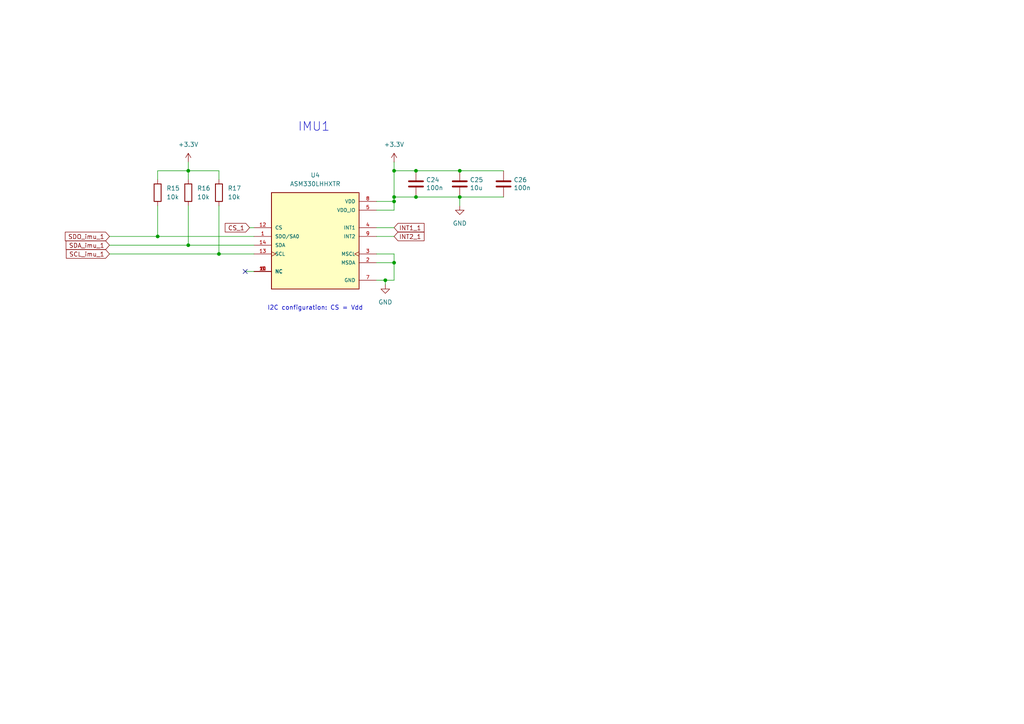
<source format=kicad_sch>
(kicad_sch (version 20250114) (generator "eeschema") (generator_version "9.0")
  (paper "A4")
  (lib_symbols
    (symbol "ASM330LHHXTR:ASM330LHHXTR" (pin_names (offset 1.016))
      (property "Reference" "U" (at -12.7 16.002 0))
      (property "Value" "ASM330LHHXTR" (at -12.7 -15.24 0))
      (symbol "ASM330LHHXTR_0_0"
        (rectangle (start -12.7 -12.7) (end 12.7 15.24) (stroke (width 0.254)) (fill (type background)))
        (pin input line (at -17.78 5.08 0) (length 5.08) (name "CS") (number "12"))
        (pin bidirectional line (at -17.78 2.54 0) (length 5.08) (name "SDO/SA0") (number "1"))
        (pin bidirectional line (at -17.78 0 0) (length 5.08) (name "SDA") (number "14"))
        (pin input clock (at -17.78 -2.54 0) (length 5.08) (name "SCL") (number "13"))
        (pin passive line (at -17.78 -7.62 0) (length 5.08) (name "NC") (number "10"))
        (pin passive line (at -17.78 -7.62 0) (length 5.08) (name "NC") (number "11"))
        (pin passive line (at -17.78 -7.62 0) (length 5.08) (name "NC") (number "6"))
        (pin power_in line (at 17.78 12.7 180) (length 5.08) (name "VDD") (number "8"))
        (pin power_in line (at 17.78 10.16 180) (length 5.08) (name "VDD_IO") (number "5"))
        (pin output line (at 17.78 5.08 180) (length 5.08) (name "INT1") (number "4"))
        (pin output line (at 17.78 2.54 180) (length 5.08) (name "INT2") (number "9"))
        (pin input clock (at 17.78 -2.54 180) (length 5.08) (name "MSCL") (number "3"))
        (pin bidirectional line (at 17.78 -5.08 180) (length 5.08) (name "MSDA") (number "2"))
        (pin power_in line (at 17.78 -10.16 180) (length 5.08) (name "GND") (number "7"))
      )
    )
    (symbol "Device:C" (pin_numbers (hide yes)) (pin_names (offset 0.254))
      (property "Reference" "C" (at 0.635 2.54 0))
      (property "Value" "C" (at 0.635 -2.54 0))
      (symbol "C_0_1"
        (polyline (pts (xy -2.032 0.762) (xy 2.032 0.762)) (stroke (width 0.508)))
        (polyline (pts (xy -2.032 -0.762) (xy 2.032 -0.762)) (stroke (width 0.508)))
      )
      (symbol "C_1_1"
        (pin passive line (at 0 3.81 270) (length 2.794) (name "~") (number "1"))
        (pin passive line (at 0 -3.81 90) (length 2.794) (name "~") (number "2"))
      )
    )
    (symbol "Device:R" (pin_numbers (hide yes)) (pin_names (offset 0))
      (property "Reference" "R" (at 2.032 0 90))
      (property "Value" "R" (at 0 0 90))
      (symbol "R_0_1"
        (rectangle (start -1.016 -2.54) (end 1.016 2.54) (stroke (width 0.254)))
      )
      (symbol "R_1_1"
        (pin passive line (at 0 3.81 270) (length 1.27) (name "~") (number "1"))
        (pin passive line (at 0 -3.81 90) (length 1.27) (name "~") (number "2"))
      )
    )
    (symbol "GND_5" (power) (pin_numbers (hide yes)) (pin_names (offset 0) (hide yes))
      (property "Value" "GND" (at 0 -3.81 0))
      (symbol "GND_5_0_1"
        (polyline (pts (xy 0 0) (xy 0 -1.27) (xy 1.27 -1.27) (xy 0 -2.54) (xy -1.27 -1.27) (xy 0 -1.27)))
      )
      (symbol "GND_5_1_1"
        (pin power_in line (at 0 0 270) (length 0) (name "~") (number "1"))
      )
    )
    (symbol "GND_6" (power) (pin_numbers (hide yes)) (pin_names (offset 0) (hide yes))
      (property "Value" "GND" (at 0 -3.81 0))
      (symbol "GND_6_0_1"
        (polyline (pts (xy 0 0) (xy 0 -1.27) (xy 1.27 -1.27) (xy 0 -2.54) (xy -1.27 -1.27) (xy 0 -1.27)))
      )
      (symbol "GND_6_1_1"
        (pin power_in line (at 0 0 270) (length 0) (name "~") (number "1"))
      )
    )
    (symbol "power:+3.3V" (power) (pin_numbers (hide yes)) (pin_names (offset 0) (hide yes))
      (property "Value" "+3.3V" (at 0 3.556 0))
      (symbol "+3.3V_0_1"
        (polyline (pts (xy -0.762 1.27) (xy 0 2.54)))
        (polyline (pts (xy 0 2.54) (xy 0.762 1.27)))
        (polyline (pts (xy 0 0) (xy 0 2.54)))
      )
      (symbol "+3.3V_1_1"
        (pin power_in line (at 0 0 90) (length 0) (name "~") (number "1"))
      )
    )
  )
  (text "I2C configuration: CS = Vdd" (at 91.44 89.408 0) (effects (font (size 1.27 1.27))))
  (text "IMU1\n" (at 86.36 38.354 0) (effects (font (size 2.54 2.54)) (justify left bottom)))
  (junction (at 120.65 57.15))
  (junction (at 133.35 49.53))
  (junction (at 54.61 71.12))
  (junction (at 63.5 73.66))
  (junction (at 120.65 49.53))
  (junction (at 133.35 57.15))
  (junction (at 111.76 81.28))
  (junction (at 114.3 49.53))
  (junction (at 45.72 68.58))
  (junction (at 114.3 76.2))
  (junction (at 54.61 49.53))
  (junction (at 114.3 57.15))
  (junction (at 114.3 58.42))
  (no_connect (at 71.12 78.74))
  (wire (pts (xy 114.3 81.28) (xy 111.76 81.28)))
  (wire (pts (xy 114.3 49.53) (xy 120.65 49.53)))
  (wire (pts (xy 54.61 52.07) (xy 54.61 49.53)))
  (wire (pts (xy 71.12 78.74) (xy 73.66 78.74)))
  (wire (pts (xy 45.72 59.69) (xy 45.72 68.58)))
  (wire (pts (xy 109.22 60.96) (xy 114.3 60.96)))
  (wire (pts (xy 63.5 59.69) (xy 63.5 73.66)))
  (wire (pts (xy 72.39 66.04) (xy 73.66 66.04)))
  (wire (pts (xy 120.65 49.53) (xy 133.35 49.53)))
  (wire (pts (xy 114.3 58.42) (xy 114.3 57.15)))
  (wire (pts (xy 31.75 71.12) (xy 54.61 71.12)))
  (wire (pts (xy 45.72 52.07) (xy 45.72 49.53)))
  (wire (pts (xy 114.3 57.15) (xy 114.3 49.53)))
  (wire (pts (xy 109.22 73.66) (xy 114.3 73.66)))
  (wire (pts (xy 109.22 76.2) (xy 114.3 76.2)))
  (wire (pts (xy 109.22 81.28) (xy 111.76 81.28)))
  (wire (pts (xy 133.35 49.53) (xy 146.05 49.53)))
  (wire (pts (xy 133.35 57.15) (xy 146.05 57.15)))
  (wire (pts (xy 45.72 49.53) (xy 54.61 49.53)))
  (wire (pts (xy 54.61 59.69) (xy 54.61 71.12)))
  (wire (pts (xy 54.61 46.99) (xy 54.61 49.53)))
  (wire (pts (xy 31.75 68.58) (xy 45.72 68.58)))
  (wire (pts (xy 109.22 68.58) (xy 114.3 68.58)))
  (wire (pts (xy 54.61 49.53) (xy 63.5 49.53)))
  (wire (pts (xy 133.35 57.15) (xy 133.35 59.69)))
  (wire (pts (xy 114.3 66.04) (xy 109.22 66.04)))
  (wire (pts (xy 54.61 71.12) (xy 73.66 71.12)))
  (wire (pts (xy 45.72 68.58) (xy 73.66 68.58)))
  (wire (pts (xy 120.65 57.15) (xy 133.35 57.15)))
  (wire (pts (xy 114.3 57.15) (xy 120.65 57.15)))
  (wire (pts (xy 31.75 73.66) (xy 63.5 73.66)))
  (wire (pts (xy 114.3 60.96) (xy 114.3 58.42)))
  (wire (pts (xy 63.5 49.53) (xy 63.5 52.07)))
  (wire (pts (xy 114.3 73.66) (xy 114.3 76.2)))
  (wire (pts (xy 114.3 49.53) (xy 114.3 46.99)))
  (wire (pts (xy 114.3 76.2) (xy 114.3 81.28)))
  (wire (pts (xy 109.22 58.42) (xy 114.3 58.42)))
  (wire (pts (xy 111.76 81.28) (xy 111.76 82.55)))
  (wire (pts (xy 63.5 73.66) (xy 73.66 73.66)))
  (global_label "SDO_imu_1" (shape input) (at 31.75 68.58 180) (property "Intersheetrefs" "${INTERSHEET_REFS}" (effects (hide yes))))
  (global_label "INT2_1" (shape input) (at 114.3 68.58 0) (property "Intersheetrefs" "${INTERSHEET_REFS}" (effects (hide yes))))
  (global_label "INT1_1" (shape input) (at 114.3 66.04 0) (property "Intersheetrefs" "${INTERSHEET_REFS}" (effects (hide yes))))
  (global_label "SCL_imu_1" (shape input) (at 31.75 73.66 180) (property "Intersheetrefs" "${INTERSHEET_REFS}" (effects (hide yes))))
  (global_label "SDA_imu_1" (shape input) (at 31.75 71.12 180) (property "Intersheetrefs" "${INTERSHEET_REFS}" (effects (hide yes))))
  (global_label "CS_1" (shape input) (at 72.39 66.04 180) (property "Intersheetrefs" "${INTERSHEET_REFS}" (effects (hide yes))))
  (symbol (lib_id "Device:C") (at 120.65 53.34 0) (unit 1)
    (property "Reference" "C24" (at 123.571 52.1716 0) (effects (justify left)))
    (property "Value" "100n" (at 123.571 54.483 0) (effects (justify left)))
    (property "Footprint" "Capacitor_SMD:C_0603_1608Metric_Pad1.08x0.95mm_HandSolder" (effects (hide yes)))
  )
  (symbol (lib_id "Device:R") (at 45.72 55.88 0) (unit 1)
    (property "Reference" "R15" (at 48.26 54.6099 0) (effects (justify left)))
    (property "Value" "10k" (at 48.26 57.1499 0) (effects (justify left)))
    (property "Footprint" "Resistor_SMD:R_0603_1608Metric_Pad0.98x0.95mm_HandSolder" (effects (hide yes)))
    (property "Description" "Resistor" (effects (hide yes)))
  )
  (symbol (lib_id "Device:C") (at 133.35 53.34 0) (unit 1)
    (property "Reference" "C25" (at 136.271 52.1716 0) (effects (justify left)))
    (property "Value" "10u" (at 136.271 54.483 0) (effects (justify left)))
    (property "Footprint" "Capacitor_SMD:C_0603_1608Metric_Pad1.08x0.95mm_HandSolder" (effects (hide yes)))
  )
  (symbol (lib_id "power:+3.3V") (at 114.3 46.99 0) (unit 1)
    (property "Reference" "#PWR046" (effects (hide yes)))
    (property "Value" "+3.3V" (at 114.3 41.91 0))
    (property "Description" "Power symbol creates a global label with name \"+3.3V\"" (effects (hide yes)))
  )
  (symbol (lib_id "Device:C") (at 146.05 53.34 0) (unit 1)
    (property "Reference" "C26" (at 148.971 52.1716 0) (effects (justify left)))
    (property "Value" "100n" (at 148.971 54.483 0) (effects (justify left)))
    (property "Footprint" "Capacitor_SMD:C_0603_1608Metric_Pad1.08x0.95mm_HandSolder" (effects (hide yes)))
  )
  (symbol (lib_name "GND_6") (lib_id "power:GND") (at 111.76 82.55 0) (unit 1)
    (property "Reference" "#PWR051" (effects (hide yes)))
    (property "Value" "GND" (at 111.76 87.63 0))
    (property "Description" "Power symbol creates a global label with name \"GND\" , ground" (effects (hide yes)))
  )
  (symbol (lib_id "power:+3.3V") (at 54.61 46.99 0) (unit 1)
    (property "Reference" "#PWR049" (effects (hide yes)))
    (property "Value" "+3.3V" (at 54.61 41.91 0))
    (property "Description" "Power symbol creates a global label with name \"+3.3V\"" (effects (hide yes)))
  )
  (symbol (lib_name "GND_5") (lib_id "power:GND") (at 133.35 59.69 0) (unit 1)
    (property "Reference" "#PWR048" (effects (hide yes)))
    (property "Value" "GND" (at 133.35 64.77 0))
    (property "Description" "Power symbol creates a global label with name \"GND\" , ground" (effects (hide yes)))
  )
  (symbol (lib_id "Device:R") (at 54.61 55.88 0) (unit 1)
    (property "Reference" "R16" (at 57.15 54.6099 0) (effects (justify left)))
    (property "Value" "10k" (at 57.15 57.1499 0) (effects (justify left)))
    (property "Footprint" "Resistor_SMD:R_0603_1608Metric_Pad0.98x0.95mm_HandSolder" (effects (hide yes)))
    (property "Description" "Resistor" (effects (hide yes)))
  )
  (symbol (lib_id "ASM330LHHXTR:ASM330LHHXTR") (at 91.44 71.12 0) (unit 1)
    (property "Reference" "U4" (at 91.44 50.8 0))
    (property "Value" "ASM330LHHXTR" (at 91.44 53.34 0))
    (property "Footprint" "ASM330LHHXTR:XDCR_ASM330LHHXTR" (effects (hide yes)))
    (property "MF" "STMicroelectronics" (effects (hide yes)))
    (property "MAXIMUM_PACKAGE_HEIGHT" "0.86mm" (effects (hide yes)))
    (property "Package" "VFLGA-14 STMicroelectronics" (effects (hide yes)))
    (property "Price" "None" (effects (hide yes)))
    (property "Check_prices" "https://www.snapeda.com/parts/ASM330LHHXTR/STMicroelectronics/view-part/?ref=eda" (effects (hide yes)))
    (property "STANDARD" "Manufacturer Recommendations" (effects (hide yes)))
    (property "PARTREV" "8" (effects (hide yes)))
    (property "SnapEDA_Link" "https://www.snapeda.com/parts/ASM330LHHXTR/STMicroelectronics/view-part/?ref=snap" (effects (hide yes)))
    (property "MP" "ASM330LHHXTR" (effects (hide yes)))
    (property "Description_1" "Accelerometer, Gyroscope, Temperature, 6 Axis Sensor I²C, I3C℠, SPI Output" (effects (hide yes)))
    (property "Availability" "In Stock" (effects (hide yes)))
    (property "MANUFACTURER" "STMicroelectronics" (effects (hide yes)))
  )
  (symbol (lib_id "Device:R") (at 63.5 55.88 0) (unit 1)
    (property "Reference" "R17" (at 66.04 54.6099 0) (effects (justify left)))
    (property "Value" "10k" (at 66.04 57.1499 0) (effects (justify left)))
    (property "Footprint" "Resistor_SMD:R_0603_1608Metric_Pad0.98x0.95mm_HandSolder" (effects (hide yes)))
    (property "Description" "Resistor" (effects (hide yes)))
  )
)
</source>
